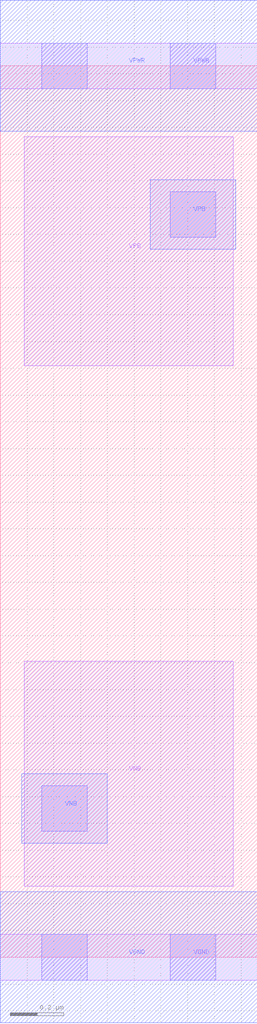
<source format=lef>
# Copyright 2020 The SkyWater PDK Authors
#
# Licensed under the Apache License, Version 2.0 (the "License");
# you may not use this file except in compliance with the License.
# You may obtain a copy of the License at
#
#     https://www.apache.org/licenses/LICENSE-2.0
#
# Unless required by applicable law or agreed to in writing, software
# distributed under the License is distributed on an "AS IS" BASIS,
# WITHOUT WARRANTIES OR CONDITIONS OF ANY KIND, either express or implied.
# See the License for the specific language governing permissions and
# limitations under the License.
#
# SPDX-License-Identifier: Apache-2.0

VERSION 5.7 ;
  NAMESCASESENSITIVE ON ;
  NOWIREEXTENSIONATPIN ON ;
  DIVIDERCHAR "/" ;
  BUSBITCHARS "[]" ;
UNITS
  DATABASE MICRONS 200 ;
END UNITS
MACRO sky130_fd_sc_ls__tapmet1_2
  CLASS CORE ;
  SOURCE USER ;
  FOREIGN sky130_fd_sc_ls__tapmet1_2 ;
  ORIGIN  0.000000  0.000000 ;
  SIZE  0.960000 BY  3.330000 ;
  SYMMETRY X Y ;
  SITE unit ;
  PIN VNB
    ANTENNADIFFAREA  0.536250 ;
    PORT
      LAYER li1 ;
        RECT 0.090000 0.265000 0.870000 1.105000 ;
      LAYER mcon ;
        RECT 0.155000 0.470000 0.325000 0.640000 ;
      LAYER met1 ;
        RECT 0.080000 0.425000 0.400000 0.685000 ;
    END
  END VNB
  PIN VPB
    ANTENNADIFFAREA  0.546000 ;
    PORT
      LAYER li1 ;
        RECT 0.090000 2.210000 0.870000 3.065000 ;
      LAYER mcon ;
        RECT 0.635000 2.690000 0.805000 2.860000 ;
      LAYER met1 ;
        RECT 0.560000 2.645000 0.880000 2.905000 ;
    END
  END VPB
  PIN VGND
    DIRECTION INOUT ;
    SHAPE ABUTMENT ;
    USE GROUND ;
    PORT
      LAYER li1 ;
        RECT 0.000000 -0.085000 0.960000 0.085000 ;
      LAYER mcon ;
        RECT 0.155000 -0.085000 0.325000 0.085000 ;
        RECT 0.635000 -0.085000 0.805000 0.085000 ;
      LAYER met1 ;
        RECT 0.000000 -0.245000 0.960000 0.245000 ;
    END
  END VGND
  PIN VPWR
    DIRECTION INOUT ;
    SHAPE ABUTMENT ;
    USE POWER ;
    PORT
      LAYER li1 ;
        RECT 0.000000 3.245000 0.960000 3.415000 ;
      LAYER mcon ;
        RECT 0.155000 3.245000 0.325000 3.415000 ;
        RECT 0.635000 3.245000 0.805000 3.415000 ;
      LAYER met1 ;
        RECT 0.000000 3.085000 0.960000 3.575000 ;
    END
  END VPWR
END sky130_fd_sc_ls__tapmet1_2

</source>
